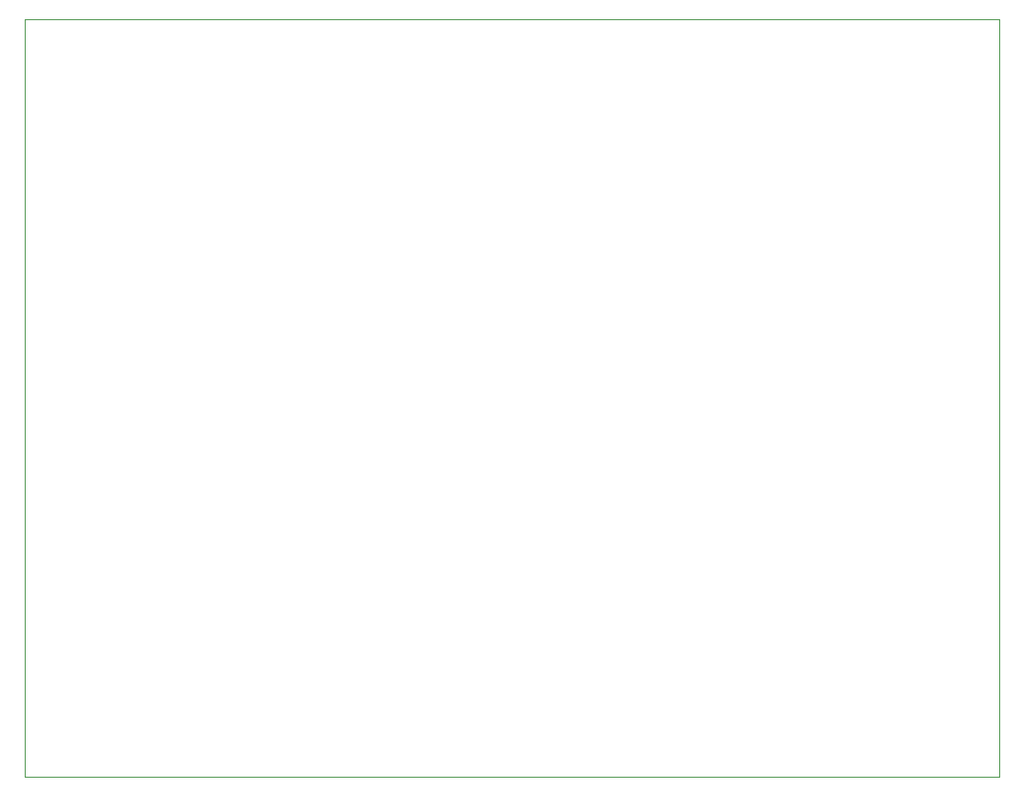
<source format=gm1>
%TF.GenerationSoftware,KiCad,Pcbnew,(6.0.8)*%
%TF.CreationDate,2023-05-12T01:14:42+02:00*%
%TF.ProjectId,SMDBattHolder,534d4442-6174-4744-986f-6c6465722e6b,rev?*%
%TF.SameCoordinates,Original*%
%TF.FileFunction,Profile,NP*%
%FSLAX46Y46*%
G04 Gerber Fmt 4.6, Leading zero omitted, Abs format (unit mm)*
G04 Created by KiCad (PCBNEW (6.0.8)) date 2023-05-12 01:14:42*
%MOMM*%
%LPD*%
G01*
G04 APERTURE LIST*
%TA.AperFunction,Profile*%
%ADD10C,0.100000*%
%TD*%
G04 APERTURE END LIST*
D10*
X290000000Y-170000000D02*
X290000000Y-100000000D01*
X380000000Y-100000000D02*
X380000000Y-170000000D01*
X290000000Y-100000000D02*
X380000000Y-100000000D01*
X380000000Y-170000000D02*
X290000000Y-170000000D01*
M02*

</source>
